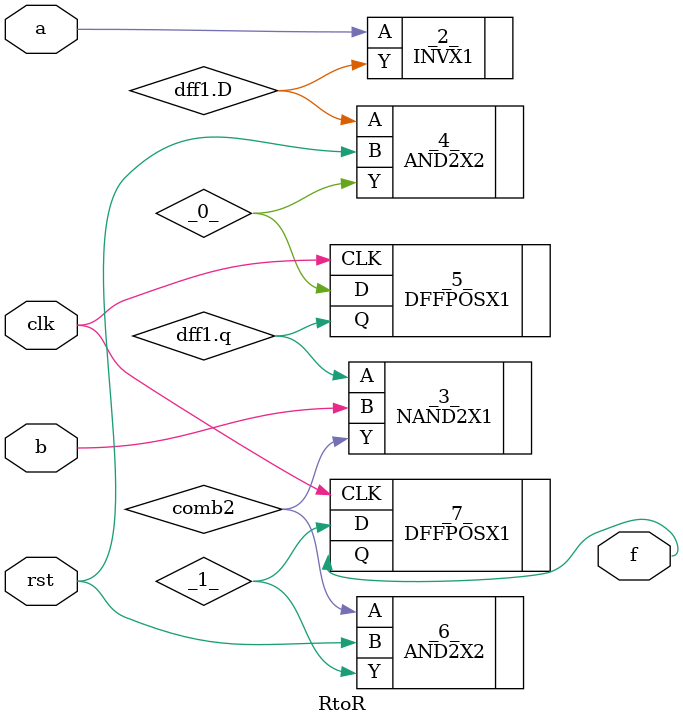
<source format=v>
/* Generated by Yosys 0.6 (git sha1 UNKNOWN, clang 3.4-1ubuntu3 -fPIC -Os) */

module RtoR(clk, rst, a, b, f);
  wire _0_;
  wire _1_;
  input a;
  input b;
  input clk;
  wire comb2;
  wire \dff1.D ;
  wire \dff1.q ;
  output f;
  input rst;
  INVX1 _2_ (
    .A(a),
    .Y(\dff1.D )
  );
  NAND2X1 _3_ (
    .A(\dff1.q ),
    .B(b),
    .Y(comb2)
  );
  AND2X2 _4_ (
    .A(\dff1.D ),
    .B(rst),
    .Y(_0_)
  );
  DFFPOSX1 _5_ (
    .CLK(clk),
    .D(_0_),
    .Q(\dff1.q )
  );
  AND2X2 _6_ (
    .A(comb2),
    .B(rst),
    .Y(_1_)
  );
  DFFPOSX1 _7_ (
    .CLK(clk),
    .D(_1_),
    .Q(f)
  );
endmodule

</source>
